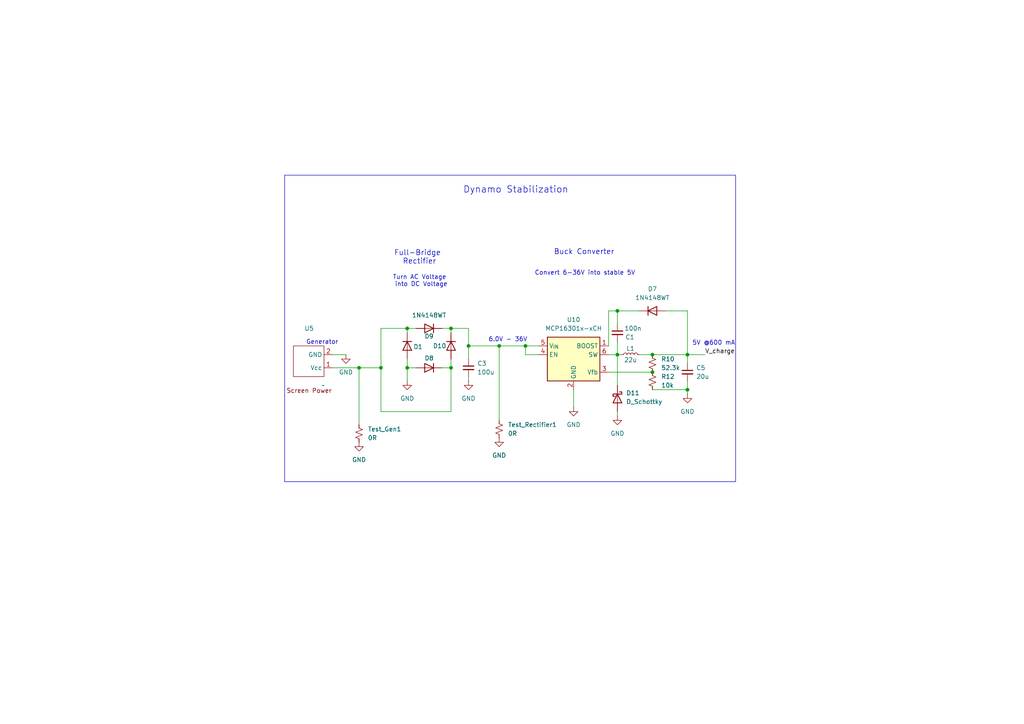
<source format=kicad_sch>
(kicad_sch
	(version 20250114)
	(generator "eeschema")
	(generator_version "9.0")
	(uuid "df82474a-b444-425b-908f-2b938e9c42d5")
	(paper "A4")
	(lib_symbols
		(symbol "Device:C_Small"
			(pin_numbers
				(hide yes)
			)
			(pin_names
				(offset 0.254)
				(hide yes)
			)
			(exclude_from_sim no)
			(in_bom yes)
			(on_board yes)
			(property "Reference" "C"
				(at 0.254 1.778 0)
				(effects
					(font
						(size 1.27 1.27)
					)
					(justify left)
				)
			)
			(property "Value" "C_Small"
				(at 0.254 -2.032 0)
				(effects
					(font
						(size 1.27 1.27)
					)
					(justify left)
				)
			)
			(property "Footprint" ""
				(at 0 0 0)
				(effects
					(font
						(size 1.27 1.27)
					)
					(hide yes)
				)
			)
			(property "Datasheet" "~"
				(at 0 0 0)
				(effects
					(font
						(size 1.27 1.27)
					)
					(hide yes)
				)
			)
			(property "Description" "Unpolarized capacitor, small symbol"
				(at 0 0 0)
				(effects
					(font
						(size 1.27 1.27)
					)
					(hide yes)
				)
			)
			(property "ki_keywords" "capacitor cap"
				(at 0 0 0)
				(effects
					(font
						(size 1.27 1.27)
					)
					(hide yes)
				)
			)
			(property "ki_fp_filters" "C_*"
				(at 0 0 0)
				(effects
					(font
						(size 1.27 1.27)
					)
					(hide yes)
				)
			)
			(symbol "C_Small_0_1"
				(polyline
					(pts
						(xy -1.524 0.508) (xy 1.524 0.508)
					)
					(stroke
						(width 0.3048)
						(type default)
					)
					(fill
						(type none)
					)
				)
				(polyline
					(pts
						(xy -1.524 -0.508) (xy 1.524 -0.508)
					)
					(stroke
						(width 0.3302)
						(type default)
					)
					(fill
						(type none)
					)
				)
			)
			(symbol "C_Small_1_1"
				(pin passive line
					(at 0 2.54 270)
					(length 2.032)
					(name "~"
						(effects
							(font
								(size 1.27 1.27)
							)
						)
					)
					(number "1"
						(effects
							(font
								(size 1.27 1.27)
							)
						)
					)
				)
				(pin passive line
					(at 0 -2.54 90)
					(length 2.032)
					(name "~"
						(effects
							(font
								(size 1.27 1.27)
							)
						)
					)
					(number "2"
						(effects
							(font
								(size 1.27 1.27)
							)
						)
					)
				)
			)
			(embedded_fonts no)
		)
		(symbol "Device:D_Schottky"
			(pin_numbers
				(hide yes)
			)
			(pin_names
				(offset 1.016)
				(hide yes)
			)
			(exclude_from_sim no)
			(in_bom yes)
			(on_board yes)
			(property "Reference" "D"
				(at 0 2.54 0)
				(effects
					(font
						(size 1.27 1.27)
					)
				)
			)
			(property "Value" "D_Schottky"
				(at 0 -2.54 0)
				(effects
					(font
						(size 1.27 1.27)
					)
				)
			)
			(property "Footprint" ""
				(at 0 0 0)
				(effects
					(font
						(size 1.27 1.27)
					)
					(hide yes)
				)
			)
			(property "Datasheet" "~"
				(at 0 0 0)
				(effects
					(font
						(size 1.27 1.27)
					)
					(hide yes)
				)
			)
			(property "Description" "Schottky diode"
				(at 0 0 0)
				(effects
					(font
						(size 1.27 1.27)
					)
					(hide yes)
				)
			)
			(property "ki_keywords" "diode Schottky"
				(at 0 0 0)
				(effects
					(font
						(size 1.27 1.27)
					)
					(hide yes)
				)
			)
			(property "ki_fp_filters" "TO-???* *_Diode_* *SingleDiode* D_*"
				(at 0 0 0)
				(effects
					(font
						(size 1.27 1.27)
					)
					(hide yes)
				)
			)
			(symbol "D_Schottky_0_1"
				(polyline
					(pts
						(xy -1.905 0.635) (xy -1.905 1.27) (xy -1.27 1.27) (xy -1.27 -1.27) (xy -0.635 -1.27) (xy -0.635 -0.635)
					)
					(stroke
						(width 0.254)
						(type default)
					)
					(fill
						(type none)
					)
				)
				(polyline
					(pts
						(xy 1.27 1.27) (xy 1.27 -1.27) (xy -1.27 0) (xy 1.27 1.27)
					)
					(stroke
						(width 0.254)
						(type default)
					)
					(fill
						(type none)
					)
				)
				(polyline
					(pts
						(xy 1.27 0) (xy -1.27 0)
					)
					(stroke
						(width 0)
						(type default)
					)
					(fill
						(type none)
					)
				)
			)
			(symbol "D_Schottky_1_1"
				(pin passive line
					(at -3.81 0 0)
					(length 2.54)
					(name "K"
						(effects
							(font
								(size 1.27 1.27)
							)
						)
					)
					(number "1"
						(effects
							(font
								(size 1.27 1.27)
							)
						)
					)
				)
				(pin passive line
					(at 3.81 0 180)
					(length 2.54)
					(name "A"
						(effects
							(font
								(size 1.27 1.27)
							)
						)
					)
					(number "2"
						(effects
							(font
								(size 1.27 1.27)
							)
						)
					)
				)
			)
			(embedded_fonts no)
		)
		(symbol "Device:L_Small"
			(pin_numbers
				(hide yes)
			)
			(pin_names
				(offset 0.254)
				(hide yes)
			)
			(exclude_from_sim no)
			(in_bom yes)
			(on_board yes)
			(property "Reference" "L"
				(at 0.762 1.016 0)
				(effects
					(font
						(size 1.27 1.27)
					)
					(justify left)
				)
			)
			(property "Value" "L_Small"
				(at 0.762 -1.016 0)
				(effects
					(font
						(size 1.27 1.27)
					)
					(justify left)
				)
			)
			(property "Footprint" ""
				(at 0 0 0)
				(effects
					(font
						(size 1.27 1.27)
					)
					(hide yes)
				)
			)
			(property "Datasheet" "~"
				(at 0 0 0)
				(effects
					(font
						(size 1.27 1.27)
					)
					(hide yes)
				)
			)
			(property "Description" "Inductor, small symbol"
				(at 0 0 0)
				(effects
					(font
						(size 1.27 1.27)
					)
					(hide yes)
				)
			)
			(property "ki_keywords" "inductor choke coil reactor magnetic"
				(at 0 0 0)
				(effects
					(font
						(size 1.27 1.27)
					)
					(hide yes)
				)
			)
			(property "ki_fp_filters" "Choke_* *Coil* Inductor_* L_*"
				(at 0 0 0)
				(effects
					(font
						(size 1.27 1.27)
					)
					(hide yes)
				)
			)
			(symbol "L_Small_0_1"
				(arc
					(start 0 2.032)
					(mid 0.5058 1.524)
					(end 0 1.016)
					(stroke
						(width 0)
						(type default)
					)
					(fill
						(type none)
					)
				)
				(arc
					(start 0 1.016)
					(mid 0.5058 0.508)
					(end 0 0)
					(stroke
						(width 0)
						(type default)
					)
					(fill
						(type none)
					)
				)
				(arc
					(start 0 0)
					(mid 0.5058 -0.508)
					(end 0 -1.016)
					(stroke
						(width 0)
						(type default)
					)
					(fill
						(type none)
					)
				)
				(arc
					(start 0 -1.016)
					(mid 0.5058 -1.524)
					(end 0 -2.032)
					(stroke
						(width 0)
						(type default)
					)
					(fill
						(type none)
					)
				)
			)
			(symbol "L_Small_1_1"
				(pin passive line
					(at 0 2.54 270)
					(length 0.508)
					(name "~"
						(effects
							(font
								(size 1.27 1.27)
							)
						)
					)
					(number "1"
						(effects
							(font
								(size 1.27 1.27)
							)
						)
					)
				)
				(pin passive line
					(at 0 -2.54 90)
					(length 0.508)
					(name "~"
						(effects
							(font
								(size 1.27 1.27)
							)
						)
					)
					(number "2"
						(effects
							(font
								(size 1.27 1.27)
							)
						)
					)
				)
			)
			(embedded_fonts no)
		)
		(symbol "Device:R_Small_US"
			(pin_numbers
				(hide yes)
			)
			(pin_names
				(offset 0.254)
				(hide yes)
			)
			(exclude_from_sim no)
			(in_bom yes)
			(on_board yes)
			(property "Reference" "R"
				(at 0.762 0.508 0)
				(effects
					(font
						(size 1.27 1.27)
					)
					(justify left)
				)
			)
			(property "Value" "R_Small_US"
				(at 0.762 -1.016 0)
				(effects
					(font
						(size 1.27 1.27)
					)
					(justify left)
				)
			)
			(property "Footprint" ""
				(at 0 0 0)
				(effects
					(font
						(size 1.27 1.27)
					)
					(hide yes)
				)
			)
			(property "Datasheet" "~"
				(at 0 0 0)
				(effects
					(font
						(size 1.27 1.27)
					)
					(hide yes)
				)
			)
			(property "Description" "Resistor, small US symbol"
				(at 0 0 0)
				(effects
					(font
						(size 1.27 1.27)
					)
					(hide yes)
				)
			)
			(property "ki_keywords" "r resistor"
				(at 0 0 0)
				(effects
					(font
						(size 1.27 1.27)
					)
					(hide yes)
				)
			)
			(property "ki_fp_filters" "R_*"
				(at 0 0 0)
				(effects
					(font
						(size 1.27 1.27)
					)
					(hide yes)
				)
			)
			(symbol "R_Small_US_1_1"
				(polyline
					(pts
						(xy 0 1.524) (xy 1.016 1.143) (xy 0 0.762) (xy -1.016 0.381) (xy 0 0)
					)
					(stroke
						(width 0)
						(type default)
					)
					(fill
						(type none)
					)
				)
				(polyline
					(pts
						(xy 0 0) (xy 1.016 -0.381) (xy 0 -0.762) (xy -1.016 -1.143) (xy 0 -1.524)
					)
					(stroke
						(width 0)
						(type default)
					)
					(fill
						(type none)
					)
				)
				(pin passive line
					(at 0 2.54 270)
					(length 1.016)
					(name "~"
						(effects
							(font
								(size 1.27 1.27)
							)
						)
					)
					(number "1"
						(effects
							(font
								(size 1.27 1.27)
							)
						)
					)
				)
				(pin passive line
					(at 0 -2.54 90)
					(length 1.016)
					(name "~"
						(effects
							(font
								(size 1.27 1.27)
							)
						)
					)
					(number "2"
						(effects
							(font
								(size 1.27 1.27)
							)
						)
					)
				)
			)
			(embedded_fonts no)
		)
		(symbol "Diode:1N4148WT"
			(pin_numbers
				(hide yes)
			)
			(pin_names
				(hide yes)
			)
			(exclude_from_sim no)
			(in_bom yes)
			(on_board yes)
			(property "Reference" "D"
				(at 0 2.54 0)
				(effects
					(font
						(size 1.27 1.27)
					)
				)
			)
			(property "Value" "1N4148WT"
				(at 0 -2.54 0)
				(effects
					(font
						(size 1.27 1.27)
					)
				)
			)
			(property "Footprint" "Diode_SMD:D_SOD-523"
				(at 0 -4.445 0)
				(effects
					(font
						(size 1.27 1.27)
					)
					(hide yes)
				)
			)
			(property "Datasheet" "https://www.diodes.com/assets/Datasheets/ds30396.pdf"
				(at 0 0 0)
				(effects
					(font
						(size 1.27 1.27)
					)
					(hide yes)
				)
			)
			(property "Description" "75V 0.15A Fast switching Diode, SOD-523"
				(at 0 0 0)
				(effects
					(font
						(size 1.27 1.27)
					)
					(hide yes)
				)
			)
			(property "Sim.Device" "D"
				(at 0 0 0)
				(effects
					(font
						(size 1.27 1.27)
					)
					(hide yes)
				)
			)
			(property "Sim.Pins" "1=K 2=A"
				(at 0 0 0)
				(effects
					(font
						(size 1.27 1.27)
					)
					(hide yes)
				)
			)
			(property "ki_keywords" "diode"
				(at 0 0 0)
				(effects
					(font
						(size 1.27 1.27)
					)
					(hide yes)
				)
			)
			(property "ki_fp_filters" "D*SOD?523*"
				(at 0 0 0)
				(effects
					(font
						(size 1.27 1.27)
					)
					(hide yes)
				)
			)
			(symbol "1N4148WT_0_1"
				(polyline
					(pts
						(xy -1.27 1.27) (xy -1.27 -1.27)
					)
					(stroke
						(width 0.254)
						(type default)
					)
					(fill
						(type none)
					)
				)
				(polyline
					(pts
						(xy 1.27 1.27) (xy 1.27 -1.27) (xy -1.27 0) (xy 1.27 1.27)
					)
					(stroke
						(width 0.254)
						(type default)
					)
					(fill
						(type none)
					)
				)
				(polyline
					(pts
						(xy 1.27 0) (xy -1.27 0)
					)
					(stroke
						(width 0)
						(type default)
					)
					(fill
						(type none)
					)
				)
			)
			(symbol "1N4148WT_1_1"
				(pin passive line
					(at -3.81 0 0)
					(length 2.54)
					(name "K"
						(effects
							(font
								(size 1.27 1.27)
							)
						)
					)
					(number "1"
						(effects
							(font
								(size 1.27 1.27)
							)
						)
					)
				)
				(pin passive line
					(at 3.81 0 180)
					(length 2.54)
					(name "A"
						(effects
							(font
								(size 1.27 1.27)
							)
						)
					)
					(number "2"
						(effects
							(font
								(size 1.27 1.27)
							)
						)
					)
				)
			)
			(embedded_fonts no)
		)
		(symbol "Elijahs_symbols:Cheap_Yellow_Display"
			(exclude_from_sim no)
			(in_bom yes)
			(on_board yes)
			(property "Reference" "U"
				(at 4.572 -0.762 0)
				(effects
					(font
						(size 1.27 1.27)
					)
				)
			)
			(property "Value" ""
				(at 0 0 0)
				(effects
					(font
						(size 1.27 1.27)
					)
				)
			)
			(property "Footprint" ""
				(at 0 0 0)
				(effects
					(font
						(size 1.27 1.27)
					)
					(hide yes)
				)
			)
			(property "Datasheet" ""
				(at 0 0 0)
				(effects
					(font
						(size 1.27 1.27)
					)
					(hide yes)
				)
			)
			(property "Description" ""
				(at 0 0 0)
				(effects
					(font
						(size 1.27 1.27)
					)
					(hide yes)
				)
			)
			(symbol "Cheap_Yellow_Display_0_1"
				(rectangle
					(start 0 -2.54)
					(end 8.89 -11.43)
					(stroke
						(width 0)
						(type default)
					)
					(fill
						(type none)
					)
				)
			)
			(symbol "Cheap_Yellow_Display_1_1"
				(text "Screen Power"
					(at 4.318 1.524 0)
					(effects
						(font
							(size 1.27 1.27)
						)
					)
				)
				(pin power_in line
					(at -2.54 -5.08 0)
					(length 2.54)
					(name "Vcc"
						(effects
							(font
								(size 1.27 1.27)
							)
						)
					)
					(number "1"
						(effects
							(font
								(size 1.27 1.27)
							)
						)
					)
				)
				(pin power_in line
					(at -2.54 -8.89 0)
					(length 2.54)
					(name "GND"
						(effects
							(font
								(size 1.27 1.27)
							)
						)
					)
					(number "2"
						(effects
							(font
								(size 1.27 1.27)
							)
						)
					)
				)
			)
			(embedded_fonts no)
		)
		(symbol "Regulator_Switching:MCP16301x-xCH"
			(exclude_from_sim no)
			(in_bom yes)
			(on_board yes)
			(property "Reference" "U"
				(at -7.62 6.35 0)
				(effects
					(font
						(size 1.27 1.27)
					)
					(justify left)
				)
			)
			(property "Value" "MCP16301x-xCH"
				(at 0 6.35 0)
				(effects
					(font
						(size 1.27 1.27)
					)
					(justify left)
				)
			)
			(property "Footprint" "Package_TO_SOT_SMD:SOT-23-6"
				(at 1.27 -8.89 0)
				(effects
					(font
						(size 1.27 1.27)
					)
					(justify left)
					(hide yes)
				)
			)
			(property "Datasheet" "http://ww1.microchip.com/downloads/en/DeviceDoc/20005004D.pdf"
				(at 0 10.16 0)
				(effects
					(font
						(size 1.27 1.27)
					)
					(hide yes)
				)
			)
			(property "Description" "1A, 4.0 to 30V Input, High Voltage Input integrated switch step-down regulator, SOT-23-6"
				(at 0 0 0)
				(effects
					(font
						(size 1.27 1.27)
					)
					(hide yes)
				)
			)
			(property "ki_keywords" "switching buck converter power-supply voltage regulator"
				(at 0 0 0)
				(effects
					(font
						(size 1.27 1.27)
					)
					(hide yes)
				)
			)
			(property "ki_fp_filters" "SOT?23*"
				(at 0 0 0)
				(effects
					(font
						(size 1.27 1.27)
					)
					(hide yes)
				)
			)
			(symbol "MCP16301x-xCH_0_1"
				(rectangle
					(start -7.62 5.08)
					(end 7.62 -7.62)
					(stroke
						(width 0.254)
						(type default)
					)
					(fill
						(type background)
					)
				)
			)
			(symbol "MCP16301x-xCH_1_1"
				(pin power_in line
					(at -10.16 2.54 0)
					(length 2.54)
					(name "V_{IN}"
						(effects
							(font
								(size 1.27 1.27)
							)
						)
					)
					(number "5"
						(effects
							(font
								(size 1.27 1.27)
							)
						)
					)
				)
				(pin input line
					(at -10.16 0 0)
					(length 2.54)
					(name "EN"
						(effects
							(font
								(size 1.27 1.27)
							)
						)
					)
					(number "4"
						(effects
							(font
								(size 1.27 1.27)
							)
						)
					)
				)
				(pin power_in line
					(at 0 -10.16 90)
					(length 2.54)
					(name "GND"
						(effects
							(font
								(size 1.27 1.27)
							)
						)
					)
					(number "2"
						(effects
							(font
								(size 1.27 1.27)
							)
						)
					)
				)
				(pin output line
					(at 10.16 2.54 180)
					(length 2.54)
					(name "BOOST"
						(effects
							(font
								(size 1.27 1.27)
							)
						)
					)
					(number "1"
						(effects
							(font
								(size 1.27 1.27)
							)
						)
					)
				)
				(pin output line
					(at 10.16 0 180)
					(length 2.54)
					(name "SW"
						(effects
							(font
								(size 1.27 1.27)
							)
						)
					)
					(number "6"
						(effects
							(font
								(size 1.27 1.27)
							)
						)
					)
				)
				(pin input line
					(at 10.16 -5.08 180)
					(length 2.54)
					(name "Vfb"
						(effects
							(font
								(size 1.27 1.27)
							)
						)
					)
					(number "3"
						(effects
							(font
								(size 1.27 1.27)
							)
						)
					)
				)
			)
			(embedded_fonts no)
		)
		(symbol "power:GND"
			(power)
			(pin_numbers
				(hide yes)
			)
			(pin_names
				(offset 0)
				(hide yes)
			)
			(exclude_from_sim no)
			(in_bom yes)
			(on_board yes)
			(property "Reference" "#PWR"
				(at 0 -6.35 0)
				(effects
					(font
						(size 1.27 1.27)
					)
					(hide yes)
				)
			)
			(property "Value" "GND"
				(at 0 -3.81 0)
				(effects
					(font
						(size 1.27 1.27)
					)
				)
			)
			(property "Footprint" ""
				(at 0 0 0)
				(effects
					(font
						(size 1.27 1.27)
					)
					(hide yes)
				)
			)
			(property "Datasheet" ""
				(at 0 0 0)
				(effects
					(font
						(size 1.27 1.27)
					)
					(hide yes)
				)
			)
			(property "Description" "Power symbol creates a global label with name \"GND\" , ground"
				(at 0 0 0)
				(effects
					(font
						(size 1.27 1.27)
					)
					(hide yes)
				)
			)
			(property "ki_keywords" "global power"
				(at 0 0 0)
				(effects
					(font
						(size 1.27 1.27)
					)
					(hide yes)
				)
			)
			(symbol "GND_0_1"
				(polyline
					(pts
						(xy 0 0) (xy 0 -1.27) (xy 1.27 -1.27) (xy 0 -2.54) (xy -1.27 -1.27) (xy 0 -1.27)
					)
					(stroke
						(width 0)
						(type default)
					)
					(fill
						(type none)
					)
				)
			)
			(symbol "GND_1_1"
				(pin power_in line
					(at 0 0 270)
					(length 0)
					(name "~"
						(effects
							(font
								(size 1.27 1.27)
							)
						)
					)
					(number "1"
						(effects
							(font
								(size 1.27 1.27)
							)
						)
					)
				)
			)
			(embedded_fonts no)
		)
	)
	(rectangle
		(start 82.55 50.8)
		(end 213.36 139.7)
		(stroke
			(width 0)
			(type default)
		)
		(fill
			(type none)
		)
		(uuid 36acd011-cf2a-4ba6-8b46-be1bd5200911)
	)
	(text "Convert 6-36V into stable 5V"
		(exclude_from_sim no)
		(at 169.672 79.248 0)
		(effects
			(font
				(size 1.27 1.27)
			)
		)
		(uuid "10bf88c1-c380-4672-9fff-8e27fe4abbc1")
	)
	(text "5V @600 mA"
		(exclude_from_sim no)
		(at 207.01 99.568 0)
		(effects
			(font
				(size 1.27 1.27)
			)
		)
		(uuid "4b251f1f-5ba8-455a-b4e0-566b59c085be")
	)
	(text "Dynamo Stabilization"
		(exclude_from_sim no)
		(at 149.606 55.118 0)
		(effects
			(font
				(size 1.905 1.905)
			)
		)
		(uuid "555c5cdb-7154-466d-9138-be6101b05aca")
	)
	(text "Full-Bridge \nRectifier"
		(exclude_from_sim no)
		(at 121.666 74.676 0)
		(effects
			(font
				(size 1.524 1.524)
			)
		)
		(uuid "5b9ebef5-f506-4163-ac34-14353fe7d3a5")
	)
	(text "Generator"
		(exclude_from_sim no)
		(at 93.472 99.314 0)
		(effects
			(font
				(size 1.27 1.27)
			)
		)
		(uuid "6d9b7753-8d12-4f0e-ab78-7ec68665ebf8")
	)
	(text "Buck Converter"
		(exclude_from_sim no)
		(at 169.418 73.152 0)
		(effects
			(font
				(size 1.524 1.524)
			)
		)
		(uuid "b67a2d63-83a2-41cf-b781-2d908218a3e0")
	)
	(text "Turn AC Voltage \ninto DC Voltage"
		(exclude_from_sim no)
		(at 122.174 81.534 0)
		(effects
			(font
				(size 1.27 1.27)
			)
		)
		(uuid "dfc9bf1c-d711-4f6d-965a-e70029a2831b")
	)
	(text "6.0V - 36V"
		(exclude_from_sim no)
		(at 147.32 98.552 0)
		(effects
			(font
				(size 1.27 1.27)
			)
		)
		(uuid "e092c538-b1fa-48f6-9fcc-28a0a3826685")
	)
	(junction
		(at 110.49 106.68)
		(diameter 0)
		(color 0 0 0 0)
		(uuid "0a83b941-bbfd-4a9d-8f8d-f03728b56d47")
	)
	(junction
		(at 179.07 90.17)
		(diameter 0)
		(color 0 0 0 0)
		(uuid "0e4aeb5e-a39e-43d5-a078-4d081ff25dbd")
	)
	(junction
		(at 135.89 100.33)
		(diameter 0)
		(color 0 0 0 0)
		(uuid "1143b2c8-3c87-4476-b409-023f8d1fd478")
	)
	(junction
		(at 189.23 107.95)
		(diameter 0)
		(color 0 0 0 0)
		(uuid "3692773b-0f1c-4324-aaaf-86cc23ad7610")
	)
	(junction
		(at 104.14 106.68)
		(diameter 0)
		(color 0 0 0 0)
		(uuid "4bf36f03-ce4b-4991-96ca-3875de355e16")
	)
	(junction
		(at 130.81 95.25)
		(diameter 0)
		(color 0 0 0 0)
		(uuid "575b0533-3b7b-4dfc-adf4-42794aebeddc")
	)
	(junction
		(at 118.11 95.25)
		(diameter 0)
		(color 0 0 0 0)
		(uuid "73131e0e-99e1-4878-a31e-dc0596632490")
	)
	(junction
		(at 118.11 106.68)
		(diameter 0)
		(color 0 0 0 0)
		(uuid "85960cc8-b812-40ce-8718-e1bc005ed0f0")
	)
	(junction
		(at 199.39 113.03)
		(diameter 0)
		(color 0 0 0 0)
		(uuid "967dcf33-13a1-4f68-bbc6-af60d8613e8e")
	)
	(junction
		(at 152.4 100.33)
		(diameter 0)
		(color 0 0 0 0)
		(uuid "a2ea9751-0689-426a-b817-2cb63e2b5841")
	)
	(junction
		(at 179.07 102.87)
		(diameter 0)
		(color 0 0 0 0)
		(uuid "a5863415-c60b-4b55-b9b4-486e7194b29c")
	)
	(junction
		(at 189.23 102.87)
		(diameter 0)
		(color 0 0 0 0)
		(uuid "a5ba4132-4540-4a2d-8a47-865f5b57b59d")
	)
	(junction
		(at 130.81 106.68)
		(diameter 0)
		(color 0 0 0 0)
		(uuid "b599bb50-3e4b-42f5-b0ca-dcead7089075")
	)
	(junction
		(at 144.78 100.33)
		(diameter 0)
		(color 0 0 0 0)
		(uuid "c041af6b-1872-4a45-9eb3-aba6bae76e7b")
	)
	(junction
		(at 199.39 102.87)
		(diameter 0)
		(color 0 0 0 0)
		(uuid "e00ae298-8446-40ef-853c-4af58f2f6994")
	)
	(wire
		(pts
			(xy 179.07 119.38) (xy 179.07 120.65)
		)
		(stroke
			(width 0)
			(type default)
		)
		(uuid "012d41ee-e63e-4c3a-865d-0e145615d990")
	)
	(wire
		(pts
			(xy 110.49 106.68) (xy 110.49 119.38)
		)
		(stroke
			(width 0)
			(type default)
		)
		(uuid "02c9076f-6ad3-4ab2-8d08-606b88c23434")
	)
	(wire
		(pts
			(xy 104.14 106.68) (xy 110.49 106.68)
		)
		(stroke
			(width 0)
			(type default)
		)
		(uuid "058fdf9d-132b-43ea-8ce4-5cb7fdc0fea5")
	)
	(wire
		(pts
			(xy 193.04 90.17) (xy 199.39 90.17)
		)
		(stroke
			(width 0)
			(type default)
		)
		(uuid "09db966d-1150-4ebb-91ce-fefed878a1ab")
	)
	(wire
		(pts
			(xy 144.78 100.33) (xy 152.4 100.33)
		)
		(stroke
			(width 0)
			(type default)
		)
		(uuid "160bf70d-b487-4450-844f-1c8db9dd47fb")
	)
	(wire
		(pts
			(xy 152.4 100.33) (xy 156.21 100.33)
		)
		(stroke
			(width 0)
			(type default)
		)
		(uuid "19099a04-0535-4401-beff-c82b5ee512ec")
	)
	(wire
		(pts
			(xy 118.11 95.25) (xy 110.49 95.25)
		)
		(stroke
			(width 0)
			(type default)
		)
		(uuid "1a4f775d-1123-4197-86cd-92be75c23a2b")
	)
	(wire
		(pts
			(xy 118.11 106.68) (xy 118.11 110.49)
		)
		(stroke
			(width 0)
			(type default)
		)
		(uuid "1bf58fd8-11a6-44fd-a0c6-cffdbe82503b")
	)
	(wire
		(pts
			(xy 120.65 106.68) (xy 118.11 106.68)
		)
		(stroke
			(width 0)
			(type default)
		)
		(uuid "2b03fc09-5cd9-4caf-8e76-124a9eceacc5")
	)
	(wire
		(pts
			(xy 179.07 102.87) (xy 180.34 102.87)
		)
		(stroke
			(width 0)
			(type default)
		)
		(uuid "2c2f4b4c-842a-47f7-82d9-debd4cc7dfea")
	)
	(wire
		(pts
			(xy 120.65 95.25) (xy 118.11 95.25)
		)
		(stroke
			(width 0)
			(type default)
		)
		(uuid "2f305a5e-420f-4f3b-aafc-4143c5d9ee03")
	)
	(wire
		(pts
			(xy 135.89 109.22) (xy 135.89 110.49)
		)
		(stroke
			(width 0)
			(type default)
		)
		(uuid "3015a7fa-b2ad-408a-9e49-02395496a182")
	)
	(wire
		(pts
			(xy 176.53 102.87) (xy 179.07 102.87)
		)
		(stroke
			(width 0)
			(type default)
		)
		(uuid "30fec398-94d7-4a3b-bc72-c53f52f32470")
	)
	(wire
		(pts
			(xy 199.39 113.03) (xy 199.39 114.3)
		)
		(stroke
			(width 0)
			(type default)
		)
		(uuid "31341a0f-42e5-4e4d-89e8-e670d1bf01e4")
	)
	(wire
		(pts
			(xy 179.07 99.06) (xy 179.07 102.87)
		)
		(stroke
			(width 0)
			(type default)
		)
		(uuid "362183a4-d6a9-4356-b5ce-b627e2b5e149")
	)
	(wire
		(pts
			(xy 135.89 100.33) (xy 144.78 100.33)
		)
		(stroke
			(width 0)
			(type default)
		)
		(uuid "3b4f145f-9a41-4342-ae17-6ed50ecd83c4")
	)
	(wire
		(pts
			(xy 185.42 102.87) (xy 189.23 102.87)
		)
		(stroke
			(width 0)
			(type default)
		)
		(uuid "3f30534f-b3b9-4d8f-9f7d-215722463003")
	)
	(wire
		(pts
			(xy 110.49 95.25) (xy 110.49 106.68)
		)
		(stroke
			(width 0)
			(type default)
		)
		(uuid "40d2924a-af76-4dfb-b72f-ad1b944c1008")
	)
	(wire
		(pts
			(xy 199.39 102.87) (xy 204.47 102.87)
		)
		(stroke
			(width 0)
			(type default)
		)
		(uuid "43e848cb-381d-4b20-a94e-c9ad5e8feb0c")
	)
	(wire
		(pts
			(xy 135.89 95.25) (xy 135.89 100.33)
		)
		(stroke
			(width 0)
			(type default)
		)
		(uuid "4737492d-0800-4480-bd32-e9740f2d4d0b")
	)
	(wire
		(pts
			(xy 110.49 119.38) (xy 130.81 119.38)
		)
		(stroke
			(width 0)
			(type default)
		)
		(uuid "47810ecc-c4a6-48ef-bc70-767da5631cb8")
	)
	(wire
		(pts
			(xy 179.07 90.17) (xy 185.42 90.17)
		)
		(stroke
			(width 0)
			(type default)
		)
		(uuid "4df956f2-8477-4181-b36e-15a751d5032e")
	)
	(wire
		(pts
			(xy 130.81 106.68) (xy 130.81 119.38)
		)
		(stroke
			(width 0)
			(type default)
		)
		(uuid "5957461f-3492-4697-b666-2413412f75f8")
	)
	(wire
		(pts
			(xy 128.27 95.25) (xy 130.81 95.25)
		)
		(stroke
			(width 0)
			(type default)
		)
		(uuid "5c59f176-0e8c-4a1e-b472-c95bb2323bf9")
	)
	(wire
		(pts
			(xy 179.07 90.17) (xy 179.07 93.98)
		)
		(stroke
			(width 0)
			(type default)
		)
		(uuid "679dff17-6ee1-4793-a8cb-7352a3378932")
	)
	(wire
		(pts
			(xy 179.07 102.87) (xy 179.07 111.76)
		)
		(stroke
			(width 0)
			(type default)
		)
		(uuid "6b7d32a6-880c-4548-98d2-607d2efb8fa7")
	)
	(wire
		(pts
			(xy 199.39 90.17) (xy 199.39 102.87)
		)
		(stroke
			(width 0)
			(type default)
		)
		(uuid "7402560d-cd31-4d6a-a33d-d0d28c4037e7")
	)
	(wire
		(pts
			(xy 96.52 106.68) (xy 104.14 106.68)
		)
		(stroke
			(width 0)
			(type default)
		)
		(uuid "90c60aec-00bf-4bfa-836a-736b63e19933")
	)
	(wire
		(pts
			(xy 130.81 104.14) (xy 130.81 106.68)
		)
		(stroke
			(width 0)
			(type default)
		)
		(uuid "949f5e85-bb14-4ad5-a97f-3041495fd1bb")
	)
	(wire
		(pts
			(xy 189.23 102.87) (xy 199.39 102.87)
		)
		(stroke
			(width 0)
			(type default)
		)
		(uuid "9596c942-e346-4aaa-b8a7-2dc6fab266d4")
	)
	(wire
		(pts
			(xy 130.81 96.52) (xy 130.81 95.25)
		)
		(stroke
			(width 0)
			(type default)
		)
		(uuid "982a2dd1-9642-43b3-b0d9-bb524a46bc63")
	)
	(wire
		(pts
			(xy 135.89 100.33) (xy 135.89 104.14)
		)
		(stroke
			(width 0)
			(type default)
		)
		(uuid "9d819eef-1862-4c06-845a-7d8d72c4df91")
	)
	(wire
		(pts
			(xy 118.11 96.52) (xy 118.11 95.25)
		)
		(stroke
			(width 0)
			(type default)
		)
		(uuid "9f18601b-a510-4fcf-9ead-a37684b644eb")
	)
	(wire
		(pts
			(xy 199.39 102.87) (xy 199.39 105.41)
		)
		(stroke
			(width 0)
			(type default)
		)
		(uuid "a0a27e29-7484-4886-b247-6182fa5cbd93")
	)
	(wire
		(pts
			(xy 118.11 106.68) (xy 118.11 104.14)
		)
		(stroke
			(width 0)
			(type default)
		)
		(uuid "af781412-76d5-4581-8f7d-cc59926c3764")
	)
	(wire
		(pts
			(xy 176.53 107.95) (xy 189.23 107.95)
		)
		(stroke
			(width 0)
			(type default)
		)
		(uuid "b5f16d66-b4c8-48c4-ae8e-36040aa4b197")
	)
	(wire
		(pts
			(xy 96.52 102.87) (xy 100.33 102.87)
		)
		(stroke
			(width 0)
			(type default)
		)
		(uuid "bc4de3dd-4a7b-4e22-ad6e-553e57bc9e82")
	)
	(wire
		(pts
			(xy 166.37 113.03) (xy 166.37 118.11)
		)
		(stroke
			(width 0)
			(type default)
		)
		(uuid "c09cad84-8dfb-42f7-a3b3-96b94b0547d9")
	)
	(wire
		(pts
			(xy 176.53 100.33) (xy 176.53 90.17)
		)
		(stroke
			(width 0)
			(type default)
		)
		(uuid "c5131bc1-9507-4c4b-b0c2-630f472fac7c")
	)
	(wire
		(pts
			(xy 152.4 100.33) (xy 152.4 102.87)
		)
		(stroke
			(width 0)
			(type default)
		)
		(uuid "cf379dd3-7578-4448-970e-bdca15404a09")
	)
	(wire
		(pts
			(xy 199.39 110.49) (xy 199.39 113.03)
		)
		(stroke
			(width 0)
			(type default)
		)
		(uuid "cfbf53e0-d51e-4635-afae-b52ee66129e2")
	)
	(wire
		(pts
			(xy 104.14 123.19) (xy 104.14 106.68)
		)
		(stroke
			(width 0)
			(type default)
		)
		(uuid "d3087be3-90a8-4808-9ec9-61649d64e21e")
	)
	(wire
		(pts
			(xy 156.21 102.87) (xy 152.4 102.87)
		)
		(stroke
			(width 0)
			(type default)
		)
		(uuid "d5d9e1d1-006a-4dd6-b07c-e66f2f5a3cf3")
	)
	(wire
		(pts
			(xy 199.39 113.03) (xy 189.23 113.03)
		)
		(stroke
			(width 0)
			(type default)
		)
		(uuid "dd6a0eda-2e0b-4a4f-8547-8fd48ff0a2fa")
	)
	(wire
		(pts
			(xy 130.81 95.25) (xy 135.89 95.25)
		)
		(stroke
			(width 0)
			(type default)
		)
		(uuid "ea035371-64e8-47fc-8381-44e035ffbde5")
	)
	(wire
		(pts
			(xy 176.53 90.17) (xy 179.07 90.17)
		)
		(stroke
			(width 0)
			(type default)
		)
		(uuid "ef51a1b0-31c6-47d6-8745-e10e94571883")
	)
	(wire
		(pts
			(xy 128.27 106.68) (xy 130.81 106.68)
		)
		(stroke
			(width 0)
			(type default)
		)
		(uuid "f7205497-d842-4d67-bb44-4fe478124f51")
	)
	(wire
		(pts
			(xy 144.78 121.92) (xy 144.78 100.33)
		)
		(stroke
			(width 0)
			(type default)
		)
		(uuid "fa81b9ee-f4fe-4ffb-a02d-f09343791831")
	)
	(label "V_charge"
		(at 204.47 102.87 0)
		(effects
			(font
				(size 1.27 1.27)
			)
			(justify left bottom)
		)
		(uuid "d5f2531b-fc75-4b04-81cd-1ea49bc275c5")
	)
	(symbol
		(lib_id "Diode:1N4148WT")
		(at 118.11 100.33 270)
		(unit 1)
		(exclude_from_sim no)
		(in_bom yes)
		(on_board yes)
		(dnp no)
		(uuid "1efc30a6-9c1a-4ab8-af44-b623bd7f3725")
		(property "Reference" "D1"
			(at 119.888 100.584 90)
			(effects
				(font
					(size 1.27 1.27)
				)
				(justify left)
			)
		)
		(property "Value" "1N4148WT"
			(at 131.318 88.138 90)
			(effects
				(font
					(size 1.27 1.27)
				)
				(justify left)
				(hide yes)
			)
		)
		(property "Footprint" "LED_THT:LED_D3.0mm_Clear"
			(at 113.665 100.33 0)
			(effects
				(font
					(size 1.27 1.27)
				)
				(hide yes)
			)
		)
		(property "Datasheet" "https://www.diodes.com/assets/Datasheets/ds30396.pdf"
			(at 118.11 100.33 0)
			(effects
				(font
					(size 1.27 1.27)
				)
				(hide yes)
			)
		)
		(property "Description" "75V 0.15A Fast switching Diode, SOD-523"
			(at 118.11 100.33 0)
			(effects
				(font
					(size 1.27 1.27)
				)
				(hide yes)
			)
		)
		(property "Sim.Device" "D"
			(at 118.11 100.33 0)
			(effects
				(font
					(size 1.27 1.27)
				)
				(hide yes)
			)
		)
		(property "Sim.Pins" "1=K 2=A"
			(at 118.11 100.33 0)
			(effects
				(font
					(size 1.27 1.27)
				)
				(hide yes)
			)
		)
		(pin "2"
			(uuid "111aa958-7045-4466-a8d5-6bd80dbd040a")
		)
		(pin "1"
			(uuid "e7987eb8-198d-4002-ae08-402e8d170162")
		)
		(instances
			(project "411 Schematic-2025-11-16"
				(path "/d2e2892e-be0f-4a6a-9262-5a0d7272f4d0/9344ace5-ae5e-4ff7-9a9e-9806f53210e0"
					(reference "D1")
					(unit 1)
				)
			)
		)
	)
	(symbol
		(lib_id "Device:D_Schottky")
		(at 179.07 115.57 270)
		(unit 1)
		(exclude_from_sim no)
		(in_bom yes)
		(on_board yes)
		(dnp no)
		(fields_autoplaced yes)
		(uuid "2e6daa15-241e-4e48-9936-655703d260d3")
		(property "Reference" "D11"
			(at 181.61 113.9824 90)
			(effects
				(font
					(size 1.27 1.27)
				)
				(justify left)
			)
		)
		(property "Value" "D_Schottky"
			(at 181.61 116.5224 90)
			(effects
				(font
					(size 1.27 1.27)
				)
				(justify left)
			)
		)
		(property "Footprint" "Diode_THT:D_A-405_P7.62mm_Horizontal"
			(at 179.07 115.57 0)
			(effects
				(font
					(size 1.27 1.27)
				)
				(hide yes)
			)
		)
		(property "Datasheet" "~"
			(at 179.07 115.57 0)
			(effects
				(font
					(size 1.27 1.27)
				)
				(hide yes)
			)
		)
		(property "Description" "Schottky diode"
			(at 179.07 115.57 0)
			(effects
				(font
					(size 1.27 1.27)
				)
				(hide yes)
			)
		)
		(pin "2"
			(uuid "019d2fcf-266a-4de9-8ae9-962b2c757358")
		)
		(pin "1"
			(uuid "635de9e2-0d9d-41ec-9e67-822f0a12d8d8")
		)
		(instances
			(project "411 Schematic-2025-11-16"
				(path "/d2e2892e-be0f-4a6a-9262-5a0d7272f4d0/9344ace5-ae5e-4ff7-9a9e-9806f53210e0"
					(reference "D11")
					(unit 1)
				)
			)
		)
	)
	(symbol
		(lib_id "power:GND")
		(at 100.33 102.87 0)
		(unit 1)
		(exclude_from_sim no)
		(in_bom yes)
		(on_board yes)
		(dnp no)
		(fields_autoplaced yes)
		(uuid "3e5dfac1-6fec-4547-84cd-9576414078f3")
		(property "Reference" "#PWR011"
			(at 100.33 109.22 0)
			(effects
				(font
					(size 1.27 1.27)
				)
				(hide yes)
			)
		)
		(property "Value" "GND"
			(at 100.33 107.95 0)
			(effects
				(font
					(size 1.27 1.27)
				)
			)
		)
		(property "Footprint" ""
			(at 100.33 102.87 0)
			(effects
				(font
					(size 1.27 1.27)
				)
				(hide yes)
			)
		)
		(property "Datasheet" ""
			(at 100.33 102.87 0)
			(effects
				(font
					(size 1.27 1.27)
				)
				(hide yes)
			)
		)
		(property "Description" "Power symbol creates a global label with name \"GND\" , ground"
			(at 100.33 102.87 0)
			(effects
				(font
					(size 1.27 1.27)
				)
				(hide yes)
			)
		)
		(pin "1"
			(uuid "ac1009e4-8fd1-4721-988e-0b6729273892")
		)
		(instances
			(project "411 Schematic-2025-11-16"
				(path "/d2e2892e-be0f-4a6a-9262-5a0d7272f4d0/9344ace5-ae5e-4ff7-9a9e-9806f53210e0"
					(reference "#PWR011")
					(unit 1)
				)
			)
		)
	)
	(symbol
		(lib_id "Device:R_Small_US")
		(at 189.23 105.41 0)
		(unit 1)
		(exclude_from_sim no)
		(in_bom yes)
		(on_board yes)
		(dnp no)
		(fields_autoplaced yes)
		(uuid "4d230d32-96b4-458d-9049-887e99f0ef36")
		(property "Reference" "R10"
			(at 191.77 104.1399 0)
			(effects
				(font
					(size 1.27 1.27)
				)
				(justify left)
			)
		)
		(property "Value" "52.3k"
			(at 191.77 106.6799 0)
			(effects
				(font
					(size 1.27 1.27)
				)
				(justify left)
			)
		)
		(property "Footprint" "Resistor_THT:R_Axial_DIN0207_L6.3mm_D2.5mm_P10.16mm_Horizontal"
			(at 189.23 105.41 0)
			(effects
				(font
					(size 1.27 1.27)
				)
				(hide yes)
			)
		)
		(property "Datasheet" "~"
			(at 189.23 105.41 0)
			(effects
				(font
					(size 1.27 1.27)
				)
				(hide yes)
			)
		)
		(property "Description" "Resistor, small US symbol"
			(at 189.23 105.41 0)
			(effects
				(font
					(size 1.27 1.27)
				)
				(hide yes)
			)
		)
		(pin "1"
			(uuid "596ae845-891f-4db4-a94b-dc31fd442e63")
		)
		(pin "2"
			(uuid "1c2b6133-0b06-42ce-8a03-1e5e07ec2406")
		)
		(instances
			(project "411 Schematic-2025-11-16"
				(path "/d2e2892e-be0f-4a6a-9262-5a0d7272f4d0/9344ace5-ae5e-4ff7-9a9e-9806f53210e0"
					(reference "R10")
					(unit 1)
				)
			)
		)
	)
	(symbol
		(lib_id "Diode:1N4148WT")
		(at 124.46 106.68 180)
		(unit 1)
		(exclude_from_sim no)
		(in_bom yes)
		(on_board yes)
		(dnp no)
		(uuid "4d8f380b-db29-4606-8c32-d7e01911cd5c")
		(property "Reference" "D8"
			(at 124.46 103.886 0)
			(effects
				(font
					(size 1.27 1.27)
				)
			)
		)
		(property "Value" "1N4148WT"
			(at 139.192 93.98 0)
			(effects
				(font
					(size 1.27 1.27)
				)
				(hide yes)
			)
		)
		(property "Footprint" "LED_THT:LED_D3.0mm_Clear"
			(at 124.46 102.235 0)
			(effects
				(font
					(size 1.27 1.27)
				)
				(hide yes)
			)
		)
		(property "Datasheet" "https://www.diodes.com/assets/Datasheets/ds30396.pdf"
			(at 124.46 106.68 0)
			(effects
				(font
					(size 1.27 1.27)
				)
				(hide yes)
			)
		)
		(property "Description" "75V 0.15A Fast switching Diode, SOD-523"
			(at 124.46 106.68 0)
			(effects
				(font
					(size 1.27 1.27)
				)
				(hide yes)
			)
		)
		(property "Sim.Device" "D"
			(at 124.46 106.68 0)
			(effects
				(font
					(size 1.27 1.27)
				)
				(hide yes)
			)
		)
		(property "Sim.Pins" "1=K 2=A"
			(at 124.46 106.68 0)
			(effects
				(font
					(size 1.27 1.27)
				)
				(hide yes)
			)
		)
		(pin "2"
			(uuid "51564408-9480-44c9-99b6-8130f4249e98")
		)
		(pin "1"
			(uuid "76342e06-f0ff-46b2-a6fd-ec90f108ef70")
		)
		(instances
			(project "411 Schematic-2025-11-16"
				(path "/d2e2892e-be0f-4a6a-9262-5a0d7272f4d0/9344ace5-ae5e-4ff7-9a9e-9806f53210e0"
					(reference "D8")
					(unit 1)
				)
			)
		)
	)
	(symbol
		(lib_id "power:GND")
		(at 118.11 110.49 0)
		(unit 1)
		(exclude_from_sim no)
		(in_bom yes)
		(on_board yes)
		(dnp no)
		(fields_autoplaced yes)
		(uuid "55004715-57da-4e2b-980b-1ce43ba7b67f")
		(property "Reference" "#PWR029"
			(at 118.11 116.84 0)
			(effects
				(font
					(size 1.27 1.27)
				)
				(hide yes)
			)
		)
		(property "Value" "GND"
			(at 118.11 115.57 0)
			(effects
				(font
					(size 1.27 1.27)
				)
			)
		)
		(property "Footprint" ""
			(at 118.11 110.49 0)
			(effects
				(font
					(size 1.27 1.27)
				)
				(hide yes)
			)
		)
		(property "Datasheet" ""
			(at 118.11 110.49 0)
			(effects
				(font
					(size 1.27 1.27)
				)
				(hide yes)
			)
		)
		(property "Description" "Power symbol creates a global label with name \"GND\" , ground"
			(at 118.11 110.49 0)
			(effects
				(font
					(size 1.27 1.27)
				)
				(hide yes)
			)
		)
		(pin "1"
			(uuid "7409ceac-70f0-41b6-81de-c9f0e0e97c72")
		)
		(instances
			(project "411 Schematic-2025-11-16"
				(path "/d2e2892e-be0f-4a6a-9262-5a0d7272f4d0/9344ace5-ae5e-4ff7-9a9e-9806f53210e0"
					(reference "#PWR029")
					(unit 1)
				)
			)
		)
	)
	(symbol
		(lib_id "Device:C_Small")
		(at 135.89 106.68 0)
		(unit 1)
		(exclude_from_sim no)
		(in_bom yes)
		(on_board yes)
		(dnp no)
		(fields_autoplaced yes)
		(uuid "579e9c5c-8d13-47f3-a24d-783f3a88a018")
		(property "Reference" "C3"
			(at 138.43 105.4162 0)
			(effects
				(font
					(size 1.27 1.27)
				)
				(justify left)
			)
		)
		(property "Value" "100u"
			(at 138.43 107.9562 0)
			(effects
				(font
					(size 1.27 1.27)
				)
				(justify left)
			)
		)
		(property "Footprint" "Capacitor_THT:CP_Radial_D4.0mm_P2.00mm"
			(at 135.89 106.68 0)
			(effects
				(font
					(size 1.27 1.27)
				)
				(hide yes)
			)
		)
		(property "Datasheet" "~"
			(at 135.89 106.68 0)
			(effects
				(font
					(size 1.27 1.27)
				)
				(hide yes)
			)
		)
		(property "Description" "Unpolarized capacitor, small symbol"
			(at 135.89 106.68 0)
			(effects
				(font
					(size 1.27 1.27)
				)
				(hide yes)
			)
		)
		(pin "1"
			(uuid "ef144d60-127e-45fc-8688-0838e8842765")
		)
		(pin "2"
			(uuid "b0dbeadc-9446-4f0a-b167-10fad406bccd")
		)
		(instances
			(project "411 Schematic-2025-11-16"
				(path "/d2e2892e-be0f-4a6a-9262-5a0d7272f4d0/9344ace5-ae5e-4ff7-9a9e-9806f53210e0"
					(reference "C3")
					(unit 1)
				)
			)
		)
	)
	(symbol
		(lib_id "Diode:1N4148WT")
		(at 124.46 95.25 180)
		(unit 1)
		(exclude_from_sim no)
		(in_bom yes)
		(on_board yes)
		(dnp no)
		(uuid "67053cac-bec8-4a8d-a663-06dac543f28e")
		(property "Reference" "D9"
			(at 124.46 97.536 0)
			(effects
				(font
					(size 1.27 1.27)
				)
			)
		)
		(property "Value" "1N4148WT"
			(at 124.46 91.44 0)
			(effects
				(font
					(size 1.27 1.27)
				)
			)
		)
		(property "Footprint" "LED_THT:LED_D3.0mm_Clear"
			(at 124.46 90.805 0)
			(effects
				(font
					(size 1.27 1.27)
				)
				(hide yes)
			)
		)
		(property "Datasheet" "https://www.diodes.com/assets/Datasheets/ds30396.pdf"
			(at 124.46 95.25 0)
			(effects
				(font
					(size 1.27 1.27)
				)
				(hide yes)
			)
		)
		(property "Description" "75V 0.15A Fast switching Diode, SOD-523"
			(at 124.46 95.25 0)
			(effects
				(font
					(size 1.27 1.27)
				)
				(hide yes)
			)
		)
		(property "Sim.Device" "D"
			(at 124.46 95.25 0)
			(effects
				(font
					(size 1.27 1.27)
				)
				(hide yes)
			)
		)
		(property "Sim.Pins" "1=K 2=A"
			(at 124.46 95.25 0)
			(effects
				(font
					(size 1.27 1.27)
				)
				(hide yes)
			)
		)
		(pin "2"
			(uuid "5ececeae-fd98-4434-bc5a-729cbd1f2b3d")
		)
		(pin "1"
			(uuid "9d25203c-3e99-481c-b301-ae95b8523b09")
		)
		(instances
			(project "411 Schematic-2025-11-16"
				(path "/d2e2892e-be0f-4a6a-9262-5a0d7272f4d0/9344ace5-ae5e-4ff7-9a9e-9806f53210e0"
					(reference "D9")
					(unit 1)
				)
			)
		)
	)
	(symbol
		(lib_id "power:GND")
		(at 144.78 127 0)
		(unit 1)
		(exclude_from_sim no)
		(in_bom yes)
		(on_board yes)
		(dnp no)
		(fields_autoplaced yes)
		(uuid "6971ab71-fde8-4736-8f76-f3685eb5967d")
		(property "Reference" "#PWR043"
			(at 144.78 133.35 0)
			(effects
				(font
					(size 1.27 1.27)
				)
				(hide yes)
			)
		)
		(property "Value" "GND"
			(at 144.78 132.08 0)
			(effects
				(font
					(size 1.27 1.27)
				)
			)
		)
		(property "Footprint" ""
			(at 144.78 127 0)
			(effects
				(font
					(size 1.27 1.27)
				)
				(hide yes)
			)
		)
		(property "Datasheet" ""
			(at 144.78 127 0)
			(effects
				(font
					(size 1.27 1.27)
				)
				(hide yes)
			)
		)
		(property "Description" "Power symbol creates a global label with name \"GND\" , ground"
			(at 144.78 127 0)
			(effects
				(font
					(size 1.27 1.27)
				)
				(hide yes)
			)
		)
		(pin "1"
			(uuid "8d38cb80-2fca-4faf-86c4-9b42eeb6f9b8")
		)
		(instances
			(project "411 Schematic-2025-11-16"
				(path "/d2e2892e-be0f-4a6a-9262-5a0d7272f4d0/9344ace5-ae5e-4ff7-9a9e-9806f53210e0"
					(reference "#PWR043")
					(unit 1)
				)
			)
		)
	)
	(symbol
		(lib_id "power:GND")
		(at 104.14 128.27 0)
		(unit 1)
		(exclude_from_sim no)
		(in_bom yes)
		(on_board yes)
		(dnp no)
		(fields_autoplaced yes)
		(uuid "6e3db405-810b-4b8c-8bb1-355854953ba8")
		(property "Reference" "#PWR042"
			(at 104.14 134.62 0)
			(effects
				(font
					(size 1.27 1.27)
				)
				(hide yes)
			)
		)
		(property "Value" "GND"
			(at 104.14 133.35 0)
			(effects
				(font
					(size 1.27 1.27)
				)
			)
		)
		(property "Footprint" ""
			(at 104.14 128.27 0)
			(effects
				(font
					(size 1.27 1.27)
				)
				(hide yes)
			)
		)
		(property "Datasheet" ""
			(at 104.14 128.27 0)
			(effects
				(font
					(size 1.27 1.27)
				)
				(hide yes)
			)
		)
		(property "Description" "Power symbol creates a global label with name \"GND\" , ground"
			(at 104.14 128.27 0)
			(effects
				(font
					(size 1.27 1.27)
				)
				(hide yes)
			)
		)
		(pin "1"
			(uuid "f908e587-ac90-4d14-b306-148d8495cc89")
		)
		(instances
			(project "411 Schematic-2025-11-16"
				(path "/d2e2892e-be0f-4a6a-9262-5a0d7272f4d0/9344ace5-ae5e-4ff7-9a9e-9806f53210e0"
					(reference "#PWR042")
					(unit 1)
				)
			)
		)
	)
	(symbol
		(lib_id "Device:C_Small")
		(at 179.07 96.52 0)
		(unit 1)
		(exclude_from_sim no)
		(in_bom yes)
		(on_board yes)
		(dnp no)
		(uuid "75693851-7f13-43a3-bab2-46ea7a374201")
		(property "Reference" "C1"
			(at 181.356 97.79 0)
			(effects
				(font
					(size 1.27 1.27)
				)
				(justify left)
			)
		)
		(property "Value" "100n"
			(at 181.102 95.25 0)
			(effects
				(font
					(size 1.27 1.27)
				)
				(justify left)
			)
		)
		(property "Footprint" "Capacitor_THT:CP_Radial_D4.0mm_P2.00mm"
			(at 179.07 96.52 0)
			(effects
				(font
					(size 1.27 1.27)
				)
				(hide yes)
			)
		)
		(property "Datasheet" "~"
			(at 179.07 96.52 0)
			(effects
				(font
					(size 1.27 1.27)
				)
				(hide yes)
			)
		)
		(property "Description" "Unpolarized capacitor, small symbol"
			(at 179.07 96.52 0)
			(effects
				(font
					(size 1.27 1.27)
				)
				(hide yes)
			)
		)
		(pin "1"
			(uuid "67aee261-3747-4074-aff9-3f5055dcfe86")
		)
		(pin "2"
			(uuid "9679df7e-b22f-41f9-9e33-694947a5e952")
		)
		(instances
			(project "411 Schematic-2025-11-16"
				(path "/d2e2892e-be0f-4a6a-9262-5a0d7272f4d0/9344ace5-ae5e-4ff7-9a9e-9806f53210e0"
					(reference "C1")
					(unit 1)
				)
			)
		)
	)
	(symbol
		(lib_id "Device:R_Small_US")
		(at 144.78 124.46 180)
		(unit 1)
		(exclude_from_sim no)
		(in_bom yes)
		(on_board yes)
		(dnp no)
		(fields_autoplaced yes)
		(uuid "76f6645f-5fac-4318-907a-fd5f0f33e494")
		(property "Reference" "Test_Rectifier1"
			(at 147.32 123.1899 0)
			(effects
				(font
					(size 1.27 1.27)
				)
				(justify right)
			)
		)
		(property "Value" "0R"
			(at 147.32 125.7299 0)
			(effects
				(font
					(size 1.27 1.27)
				)
				(justify right)
			)
		)
		(property "Footprint" "Resistor_SMD:R_0603_1608Metric_Pad0.98x0.95mm_HandSolder"
			(at 144.78 124.46 0)
			(effects
				(font
					(size 1.27 1.27)
				)
				(hide yes)
			)
		)
		(property "Datasheet" "~"
			(at 144.78 124.46 0)
			(effects
				(font
					(size 1.27 1.27)
				)
				(hide yes)
			)
		)
		(property "Description" "Resistor, small US symbol"
			(at 144.78 124.46 0)
			(effects
				(font
					(size 1.27 1.27)
				)
				(hide yes)
			)
		)
		(pin "2"
			(uuid "3164f0b3-6137-4c6c-990e-a1df86701ecc")
		)
		(pin "1"
			(uuid "3a5f2fae-4903-4fb1-b92f-83bb2d3d4798")
		)
		(instances
			(project "411 Schematic-2025-11-16"
				(path "/d2e2892e-be0f-4a6a-9262-5a0d7272f4d0/9344ace5-ae5e-4ff7-9a9e-9806f53210e0"
					(reference "Test_Rectifier1")
					(unit 1)
				)
			)
		)
	)
	(symbol
		(lib_id "power:GND")
		(at 199.39 114.3 0)
		(unit 1)
		(exclude_from_sim no)
		(in_bom yes)
		(on_board yes)
		(dnp no)
		(fields_autoplaced yes)
		(uuid "8749c40d-96fc-4ed6-bc15-f3b2633ef1a2")
		(property "Reference" "#PWR012"
			(at 199.39 120.65 0)
			(effects
				(font
					(size 1.27 1.27)
				)
				(hide yes)
			)
		)
		(property "Value" "GND"
			(at 199.39 119.38 0)
			(effects
				(font
					(size 1.27 1.27)
				)
			)
		)
		(property "Footprint" ""
			(at 199.39 114.3 0)
			(effects
				(font
					(size 1.27 1.27)
				)
				(hide yes)
			)
		)
		(property "Datasheet" ""
			(at 199.39 114.3 0)
			(effects
				(font
					(size 1.27 1.27)
				)
				(hide yes)
			)
		)
		(property "Description" "Power symbol creates a global label with name \"GND\" , ground"
			(at 199.39 114.3 0)
			(effects
				(font
					(size 1.27 1.27)
				)
				(hide yes)
			)
		)
		(pin "1"
			(uuid "64168606-47e1-4722-af49-cba86cf7ea73")
		)
		(instances
			(project "411 Schematic-2025-11-16"
				(path "/d2e2892e-be0f-4a6a-9262-5a0d7272f4d0/9344ace5-ae5e-4ff7-9a9e-9806f53210e0"
					(reference "#PWR012")
					(unit 1)
				)
			)
		)
	)
	(symbol
		(lib_id "Device:R_Small_US")
		(at 104.14 125.73 180)
		(unit 1)
		(exclude_from_sim no)
		(in_bom yes)
		(on_board yes)
		(dnp no)
		(fields_autoplaced yes)
		(uuid "87695f47-46d9-4a93-9389-c6a334a2664f")
		(property "Reference" "Test_Gen1"
			(at 106.68 124.4599 0)
			(effects
				(font
					(size 1.27 1.27)
				)
				(justify right)
			)
		)
		(property "Value" "0R"
			(at 106.68 126.9999 0)
			(effects
				(font
					(size 1.27 1.27)
				)
				(justify right)
			)
		)
		(property "Footprint" "Resistor_SMD:R_0603_1608Metric_Pad0.98x0.95mm_HandSolder"
			(at 104.14 125.73 0)
			(effects
				(font
					(size 1.27 1.27)
				)
				(hide yes)
			)
		)
		(property "Datasheet" "~"
			(at 104.14 125.73 0)
			(effects
				(font
					(size 1.27 1.27)
				)
				(hide yes)
			)
		)
		(property "Description" "Resistor, small US symbol"
			(at 104.14 125.73 0)
			(effects
				(font
					(size 1.27 1.27)
				)
				(hide yes)
			)
		)
		(pin "2"
			(uuid "3164f0b3-6137-4c6c-990e-a1df86701ecb")
		)
		(pin "1"
			(uuid "3a5f2fae-4903-4fb1-b92f-83bb2d3d4797")
		)
		(instances
			(project "411 Schematic-2025-11-16"
				(path "/d2e2892e-be0f-4a6a-9262-5a0d7272f4d0/9344ace5-ae5e-4ff7-9a9e-9806f53210e0"
					(reference "Test_Gen1")
					(unit 1)
				)
			)
		)
	)
	(symbol
		(lib_id "Device:L_Small")
		(at 182.88 102.87 90)
		(unit 1)
		(exclude_from_sim no)
		(in_bom yes)
		(on_board yes)
		(dnp no)
		(uuid "9c26dafb-65d7-4c76-94c7-fb47fda2666b")
		(property "Reference" "L1"
			(at 182.88 101.092 90)
			(effects
				(font
					(size 1.27 1.27)
				)
			)
		)
		(property "Value" "22u"
			(at 182.88 104.394 90)
			(effects
				(font
					(size 1.27 1.27)
				)
			)
		)
		(property "Footprint" "Inductor_SMD:L_Wuerth_WE-PD-Typ-7345"
			(at 182.88 102.87 0)
			(effects
				(font
					(size 1.27 1.27)
				)
				(hide yes)
			)
		)
		(property "Datasheet" "~"
			(at 182.88 102.87 0)
			(effects
				(font
					(size 1.27 1.27)
				)
				(hide yes)
			)
		)
		(property "Description" "Inductor, small symbol"
			(at 182.88 102.87 0)
			(effects
				(font
					(size 1.27 1.27)
				)
				(hide yes)
			)
		)
		(pin "2"
			(uuid "96d289a0-9058-4693-b0ad-92127ab79c18")
		)
		(pin "1"
			(uuid "705a030f-94d5-4a53-9d92-95fdea37b38d")
		)
		(instances
			(project "411 Schematic-2025-11-16"
				(path "/d2e2892e-be0f-4a6a-9262-5a0d7272f4d0/9344ace5-ae5e-4ff7-9a9e-9806f53210e0"
					(reference "L1")
					(unit 1)
				)
			)
		)
	)
	(symbol
		(lib_id "Elijahs_symbols:Cheap_Yellow_Display")
		(at 93.98 111.76 180)
		(unit 1)
		(exclude_from_sim no)
		(in_bom yes)
		(on_board yes)
		(dnp no)
		(uuid "a6bdec33-7a47-48dc-8aeb-fd09fce6242d")
		(property "Reference" "U5"
			(at 89.662 95.25 0)
			(effects
				(font
					(size 1.27 1.27)
				)
			)
		)
		(property "Value" "~"
			(at 93.726 111.76 0)
			(effects
				(font
					(size 1.27 1.27)
				)
			)
		)
		(property "Footprint" "Connector_JST:JST_EH_B6B-EH-A_1x06_P2.50mm_Vertical"
			(at 93.98 111.76 0)
			(effects
				(font
					(size 1.27 1.27)
				)
				(hide yes)
			)
		)
		(property "Datasheet" ""
			(at 93.98 111.76 0)
			(effects
				(font
					(size 1.27 1.27)
				)
				(hide yes)
			)
		)
		(property "Description" ""
			(at 93.98 111.76 0)
			(effects
				(font
					(size 1.27 1.27)
				)
				(hide yes)
			)
		)
		(pin "1"
			(uuid "19366709-daf5-460d-ab70-bc1e073ab3f3")
		)
		(pin "2"
			(uuid "2e29c621-3785-44b1-83fd-b2e6bcb1ed5f")
		)
		(instances
			(project "411 Schematic-2025-11-16"
				(path "/d2e2892e-be0f-4a6a-9262-5a0d7272f4d0/9344ace5-ae5e-4ff7-9a9e-9806f53210e0"
					(reference "U5")
					(unit 1)
				)
			)
		)
	)
	(symbol
		(lib_id "Device:R_Small_US")
		(at 189.23 110.49 0)
		(unit 1)
		(exclude_from_sim no)
		(in_bom yes)
		(on_board yes)
		(dnp no)
		(fields_autoplaced yes)
		(uuid "bdce6d65-a827-49e9-8c9e-cd37cbe77e79")
		(property "Reference" "R12"
			(at 191.77 109.2199 0)
			(effects
				(font
					(size 1.27 1.27)
				)
				(justify left)
			)
		)
		(property "Value" "10k"
			(at 191.77 111.7599 0)
			(effects
				(font
					(size 1.27 1.27)
				)
				(justify left)
			)
		)
		(property "Footprint" "Resistor_THT:R_Axial_DIN0207_L6.3mm_D2.5mm_P10.16mm_Horizontal"
			(at 189.23 110.49 0)
			(effects
				(font
					(size 1.27 1.27)
				)
				(hide yes)
			)
		)
		(property "Datasheet" "~"
			(at 189.23 110.49 0)
			(effects
				(font
					(size 1.27 1.27)
				)
				(hide yes)
			)
		)
		(property "Description" "Resistor, small US symbol"
			(at 189.23 110.49 0)
			(effects
				(font
					(size 1.27 1.27)
				)
				(hide yes)
			)
		)
		(pin "1"
			(uuid "81fa02f4-ebb5-4031-ab87-4857ca13a524")
		)
		(pin "2"
			(uuid "2c132038-b87c-4317-852f-d5d9957af634")
		)
		(instances
			(project "411 Schematic-2025-11-16"
				(path "/d2e2892e-be0f-4a6a-9262-5a0d7272f4d0/9344ace5-ae5e-4ff7-9a9e-9806f53210e0"
					(reference "R12")
					(unit 1)
				)
			)
		)
	)
	(symbol
		(lib_id "Device:C_Small")
		(at 199.39 107.95 0)
		(unit 1)
		(exclude_from_sim no)
		(in_bom yes)
		(on_board yes)
		(dnp no)
		(fields_autoplaced yes)
		(uuid "bfd763b5-a38f-429b-a697-e209dd8f1ba2")
		(property "Reference" "C5"
			(at 201.93 106.6862 0)
			(effects
				(font
					(size 1.27 1.27)
				)
				(justify left)
			)
		)
		(property "Value" "20u"
			(at 201.93 109.2262 0)
			(effects
				(font
					(size 1.27 1.27)
				)
				(justify left)
			)
		)
		(property "Footprint" "Capacitor_THT:CP_Radial_D4.0mm_P2.00mm"
			(at 199.39 107.95 0)
			(effects
				(font
					(size 1.27 1.27)
				)
				(hide yes)
			)
		)
		(property "Datasheet" "~"
			(at 199.39 107.95 0)
			(effects
				(font
					(size 1.27 1.27)
				)
				(hide yes)
			)
		)
		(property "Description" "Unpolarized capacitor, small symbol"
			(at 199.39 107.95 0)
			(effects
				(font
					(size 1.27 1.27)
				)
				(hide yes)
			)
		)
		(pin "1"
			(uuid "c8b6d4cd-801e-4061-8636-bd14027fee18")
		)
		(pin "2"
			(uuid "19e653ed-695d-43e6-a4b2-13d93feddc2d")
		)
		(instances
			(project "411 Schematic-2025-11-16"
				(path "/d2e2892e-be0f-4a6a-9262-5a0d7272f4d0/9344ace5-ae5e-4ff7-9a9e-9806f53210e0"
					(reference "C5")
					(unit 1)
				)
			)
		)
	)
	(symbol
		(lib_id "Diode:1N4148WT")
		(at 189.23 90.17 0)
		(unit 1)
		(exclude_from_sim no)
		(in_bom yes)
		(on_board yes)
		(dnp no)
		(fields_autoplaced yes)
		(uuid "d3b3bdd8-b200-4396-bd45-5bc12d6d27db")
		(property "Reference" "D7"
			(at 189.23 83.82 0)
			(effects
				(font
					(size 1.27 1.27)
				)
			)
		)
		(property "Value" "1N4148WT"
			(at 189.23 86.36 0)
			(effects
				(font
					(size 1.27 1.27)
				)
			)
		)
		(property "Footprint" "LED_THT:LED_D3.0mm_Clear"
			(at 189.23 94.615 0)
			(effects
				(font
					(size 1.27 1.27)
				)
				(hide yes)
			)
		)
		(property "Datasheet" "https://www.diodes.com/assets/Datasheets/ds30396.pdf"
			(at 189.23 90.17 0)
			(effects
				(font
					(size 1.27 1.27)
				)
				(hide yes)
			)
		)
		(property "Description" "75V 0.15A Fast switching Diode, SOD-523"
			(at 189.23 90.17 0)
			(effects
				(font
					(size 1.27 1.27)
				)
				(hide yes)
			)
		)
		(property "Sim.Device" "D"
			(at 189.23 90.17 0)
			(effects
				(font
					(size 1.27 1.27)
				)
				(hide yes)
			)
		)
		(property "Sim.Pins" "1=K 2=A"
			(at 189.23 90.17 0)
			(effects
				(font
					(size 1.27 1.27)
				)
				(hide yes)
			)
		)
		(pin "2"
			(uuid "6745b7bb-1a81-4eb2-b24e-775b64132b1d")
		)
		(pin "1"
			(uuid "75e7db4e-7d5a-48b2-b207-af997fa86987")
		)
		(instances
			(project "411 Schematic-2025-11-16"
				(path "/d2e2892e-be0f-4a6a-9262-5a0d7272f4d0/9344ace5-ae5e-4ff7-9a9e-9806f53210e0"
					(reference "D7")
					(unit 1)
				)
			)
		)
	)
	(symbol
		(lib_id "power:GND")
		(at 135.89 110.49 0)
		(unit 1)
		(exclude_from_sim no)
		(in_bom yes)
		(on_board yes)
		(dnp no)
		(fields_autoplaced yes)
		(uuid "ee1e4d6e-0a32-4310-a51a-c000589f8a96")
		(property "Reference" "#PWR010"
			(at 135.89 116.84 0)
			(effects
				(font
					(size 1.27 1.27)
				)
				(hide yes)
			)
		)
		(property "Value" "GND"
			(at 135.89 115.57 0)
			(effects
				(font
					(size 1.27 1.27)
				)
			)
		)
		(property "Footprint" ""
			(at 135.89 110.49 0)
			(effects
				(font
					(size 1.27 1.27)
				)
				(hide yes)
			)
		)
		(property "Datasheet" ""
			(at 135.89 110.49 0)
			(effects
				(font
					(size 1.27 1.27)
				)
				(hide yes)
			)
		)
		(property "Description" "Power symbol creates a global label with name \"GND\" , ground"
			(at 135.89 110.49 0)
			(effects
				(font
					(size 1.27 1.27)
				)
				(hide yes)
			)
		)
		(pin "1"
			(uuid "5a70d0ed-8e38-4b64-8a5e-b07ce23693ed")
		)
		(instances
			(project "411 Schematic-2025-11-16"
				(path "/d2e2892e-be0f-4a6a-9262-5a0d7272f4d0/9344ace5-ae5e-4ff7-9a9e-9806f53210e0"
					(reference "#PWR010")
					(unit 1)
				)
			)
		)
	)
	(symbol
		(lib_id "Diode:1N4148WT")
		(at 130.81 100.33 270)
		(unit 1)
		(exclude_from_sim no)
		(in_bom yes)
		(on_board yes)
		(dnp no)
		(uuid "efcdb700-059b-4e2c-8c1a-9d84950313a4")
		(property "Reference" "D10"
			(at 127.508 100.33 90)
			(effects
				(font
					(size 1.27 1.27)
				)
			)
		)
		(property "Value" "1N4148WT"
			(at 115.57 93.472 0)
			(effects
				(font
					(size 1.27 1.27)
				)
				(hide yes)
			)
		)
		(property "Footprint" "LED_THT:LED_D3.0mm_Clear"
			(at 126.365 100.33 0)
			(effects
				(font
					(size 1.27 1.27)
				)
				(hide yes)
			)
		)
		(property "Datasheet" "https://www.diodes.com/assets/Datasheets/ds30396.pdf"
			(at 130.81 100.33 0)
			(effects
				(font
					(size 1.27 1.27)
				)
				(hide yes)
			)
		)
		(property "Description" "75V 0.15A Fast switching Diode, SOD-523"
			(at 130.81 100.33 0)
			(effects
				(font
					(size 1.27 1.27)
				)
				(hide yes)
			)
		)
		(property "Sim.Device" "D"
			(at 130.81 100.33 0)
			(effects
				(font
					(size 1.27 1.27)
				)
				(hide yes)
			)
		)
		(property "Sim.Pins" "1=K 2=A"
			(at 130.81 100.33 0)
			(effects
				(font
					(size 1.27 1.27)
				)
				(hide yes)
			)
		)
		(pin "2"
			(uuid "070da220-b965-4e34-88a9-d2a5cf700fc8")
		)
		(pin "1"
			(uuid "ec19aaf5-4305-46e4-99f6-b0ae4f084e72")
		)
		(instances
			(project "411 Schematic-2025-11-16"
				(path "/d2e2892e-be0f-4a6a-9262-5a0d7272f4d0/9344ace5-ae5e-4ff7-9a9e-9806f53210e0"
					(reference "D10")
					(unit 1)
				)
			)
		)
	)
	(symbol
		(lib_id "Regulator_Switching:MCP16301x-xCH")
		(at 166.37 102.87 0)
		(unit 1)
		(exclude_from_sim no)
		(in_bom yes)
		(on_board yes)
		(dnp no)
		(fields_autoplaced yes)
		(uuid "f4436461-9990-4598-b7d5-2c0c4b885345")
		(property "Reference" "U10"
			(at 166.37 92.71 0)
			(effects
				(font
					(size 1.27 1.27)
				)
			)
		)
		(property "Value" "MCP16301x-xCH"
			(at 166.37 95.25 0)
			(effects
				(font
					(size 1.27 1.27)
				)
			)
		)
		(property "Footprint" "Package_TO_SOT_SMD:SOT-23-6"
			(at 167.64 111.76 0)
			(effects
				(font
					(size 1.27 1.27)
				)
				(justify left)
				(hide yes)
			)
		)
		(property "Datasheet" "http://ww1.microchip.com/downloads/en/DeviceDoc/20005004D.pdf"
			(at 166.37 92.71 0)
			(effects
				(font
					(size 1.27 1.27)
				)
				(hide yes)
			)
		)
		(property "Description" "1A, 4.0 to 30V Input, High Voltage Input integrated switch step-down regulator, SOT-23-6"
			(at 166.37 102.87 0)
			(effects
				(font
					(size 1.27 1.27)
				)
				(hide yes)
			)
		)
		(pin "2"
			(uuid "2575350d-5ab5-470d-ac3f-09397f95c2db")
		)
		(pin "4"
			(uuid "28c47851-7236-4019-9038-a5bef6de41a4")
		)
		(pin "5"
			(uuid "78958d18-e8d3-4a47-a50b-238fa6012689")
		)
		(pin "1"
			(uuid "0970d433-acd0-40da-bf71-2f2e9de1d210")
		)
		(pin "3"
			(uuid "3713dc68-a101-474e-894b-116de331fac1")
		)
		(pin "6"
			(uuid "f1e763bd-7640-4db8-9682-da57625e1ca6")
		)
		(instances
			(project "411 Schematic-2025-11-16"
				(path "/d2e2892e-be0f-4a6a-9262-5a0d7272f4d0/9344ace5-ae5e-4ff7-9a9e-9806f53210e0"
					(reference "U10")
					(unit 1)
				)
			)
		)
	)
	(symbol
		(lib_id "power:GND")
		(at 166.37 118.11 0)
		(unit 1)
		(exclude_from_sim no)
		(in_bom yes)
		(on_board yes)
		(dnp no)
		(fields_autoplaced yes)
		(uuid "fbdcc743-e989-466a-b547-021d8366c601")
		(property "Reference" "#PWR013"
			(at 166.37 124.46 0)
			(effects
				(font
					(size 1.27 1.27)
				)
				(hide yes)
			)
		)
		(property "Value" "GND"
			(at 166.37 123.19 0)
			(effects
				(font
					(size 1.27 1.27)
				)
			)
		)
		(property "Footprint" ""
			(at 166.37 118.11 0)
			(effects
				(font
					(size 1.27 1.27)
				)
				(hide yes)
			)
		)
		(property "Datasheet" ""
			(at 166.37 118.11 0)
			(effects
				(font
					(size 1.27 1.27)
				)
				(hide yes)
			)
		)
		(property "Description" "Power symbol creates a global label with name \"GND\" , ground"
			(at 166.37 118.11 0)
			(effects
				(font
					(size 1.27 1.27)
				)
				(hide yes)
			)
		)
		(pin "1"
			(uuid "2465e17d-7a99-4691-83cf-43a69cf00efe")
		)
		(instances
			(project "411 Schematic-2025-11-16"
				(path "/d2e2892e-be0f-4a6a-9262-5a0d7272f4d0/9344ace5-ae5e-4ff7-9a9e-9806f53210e0"
					(reference "#PWR013")
					(unit 1)
				)
			)
		)
	)
	(symbol
		(lib_id "power:GND")
		(at 179.07 120.65 0)
		(unit 1)
		(exclude_from_sim no)
		(in_bom yes)
		(on_board yes)
		(dnp no)
		(fields_autoplaced yes)
		(uuid "fdd45a59-036d-482e-8992-33888325572d")
		(property "Reference" "#PWR01"
			(at 179.07 127 0)
			(effects
				(font
					(size 1.27 1.27)
				)
				(hide yes)
			)
		)
		(property "Value" "GND"
			(at 179.07 125.73 0)
			(effects
				(font
					(size 1.27 1.27)
				)
			)
		)
		(property "Footprint" ""
			(at 179.07 120.65 0)
			(effects
				(font
					(size 1.27 1.27)
				)
				(hide yes)
			)
		)
		(property "Datasheet" ""
			(at 179.07 120.65 0)
			(effects
				(font
					(size 1.27 1.27)
				)
				(hide yes)
			)
		)
		(property "Description" "Power symbol creates a global label with name \"GND\" , ground"
			(at 179.07 120.65 0)
			(effects
				(font
					(size 1.27 1.27)
				)
				(hide yes)
			)
		)
		(pin "1"
			(uuid "9da1cc14-2da7-4821-9ab9-99679eafb2ef")
		)
		(instances
			(project "411 Schematic-2025-11-16"
				(path "/d2e2892e-be0f-4a6a-9262-5a0d7272f4d0/9344ace5-ae5e-4ff7-9a9e-9806f53210e0"
					(reference "#PWR01")
					(unit 1)
				)
			)
		)
	)
)

</source>
